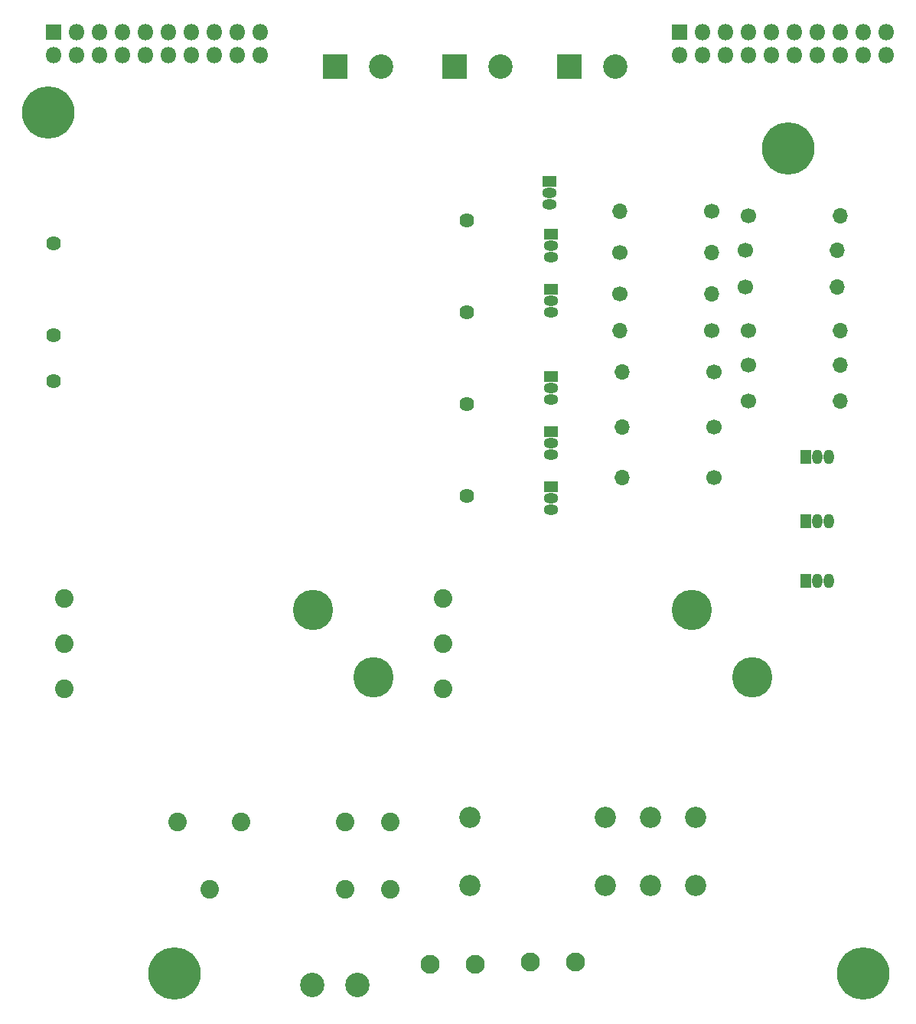
<source format=gbr>
%TF.GenerationSoftware,KiCad,Pcbnew,(5.1.6)-1*%
%TF.CreationDate,2021-11-19T15:31:24+01:00*%
%TF.ProjectId,FoxRobot,466f7852-6f62-46f7-942e-6b696361645f,V01*%
%TF.SameCoordinates,Original*%
%TF.FileFunction,Soldermask,Bot*%
%TF.FilePolarity,Negative*%
%FSLAX46Y46*%
G04 Gerber Fmt 4.6, Leading zero omitted, Abs format (unit mm)*
G04 Created by KiCad (PCBNEW (5.1.6)-1) date 2021-11-19 15:31:24*
%MOMM*%
%LPD*%
G01*
G04 APERTURE LIST*
%ADD10C,1.624000*%
%ADD11O,1.700000X1.700000*%
%ADD12C,1.700000*%
%ADD13R,1.600000X1.150000*%
%ADD14O,1.600000X1.150000*%
%ADD15R,1.150000X1.600000*%
%ADD16O,1.150000X1.600000*%
%ADD17C,2.050000*%
%ADD18C,4.450000*%
%ADD19O,1.800000X1.800000*%
%ADD20R,1.800000X1.800000*%
%ADD21C,2.700000*%
%ADD22R,2.700000X2.700000*%
%ADD23C,2.350000*%
%ADD24C,3.700000*%
%ADD25C,5.800000*%
%ADD26C,2.100000*%
G04 APERTURE END LIST*
D10*
%TO.C,U1*%
X161925000Y-109728000D03*
X161925000Y-99568000D03*
X161925000Y-89408000D03*
X161925000Y-79248000D03*
X116205000Y-97028000D03*
X116205000Y-91948000D03*
X116205000Y-81788000D03*
%TD*%
D11*
%TO.C,R13*%
X179070000Y-107696000D03*
D12*
X189230000Y-107696000D03*
%TD*%
D11*
%TO.C,R12*%
X179070000Y-102108000D03*
D12*
X189230000Y-102108000D03*
%TD*%
D11*
%TO.C,R11*%
X179070000Y-96012000D03*
D12*
X189230000Y-96012000D03*
%TD*%
D11*
%TO.C,R10*%
X203200000Y-78740000D03*
D12*
X193040000Y-78740000D03*
%TD*%
D11*
%TO.C,R9*%
X203198000Y-99282000D03*
D12*
X193038000Y-99282000D03*
%TD*%
D11*
%TO.C,R8*%
X203198000Y-95232000D03*
D12*
X193038000Y-95232000D03*
%TD*%
D11*
%TO.C,R7*%
X203200000Y-91440000D03*
D12*
X193040000Y-91440000D03*
%TD*%
D11*
%TO.C,R6*%
X202906000Y-86626000D03*
D12*
X192746000Y-86626000D03*
%TD*%
D11*
%TO.C,R5*%
X202906000Y-82576000D03*
D12*
X192746000Y-82576000D03*
%TD*%
D11*
%TO.C,R4*%
X188976000Y-82804000D03*
D12*
X178816000Y-82804000D03*
%TD*%
D11*
%TO.C,R3*%
X178816000Y-91440000D03*
D12*
X188976000Y-91440000D03*
%TD*%
D11*
%TO.C,R2*%
X178816000Y-78232000D03*
D12*
X188976000Y-78232000D03*
%TD*%
D11*
%TO.C,R1*%
X188976000Y-87376000D03*
D12*
X178816000Y-87376000D03*
%TD*%
D13*
%TO.C,Q9*%
X171196000Y-86868000D03*
D14*
X171196000Y-89408000D03*
X171196000Y-88138000D03*
%TD*%
D13*
%TO.C,Q8*%
X171196000Y-80772000D03*
D14*
X171196000Y-83312000D03*
X171196000Y-82042000D03*
%TD*%
D13*
%TO.C,Q7*%
X171069000Y-74930000D03*
D14*
X171069000Y-77470000D03*
X171069000Y-76200000D03*
%TD*%
D13*
%TO.C,Q6*%
X171196000Y-96520000D03*
D14*
X171196000Y-99060000D03*
X171196000Y-97790000D03*
%TD*%
D13*
%TO.C,Q5*%
X171196000Y-102616000D03*
D14*
X171196000Y-105156000D03*
X171196000Y-103886000D03*
%TD*%
D13*
%TO.C,Q4*%
X171196000Y-108712000D03*
D14*
X171196000Y-111252000D03*
X171196000Y-109982000D03*
%TD*%
D15*
%TO.C,Q3*%
X199390000Y-119126000D03*
D16*
X201930000Y-119126000D03*
X200660000Y-119126000D03*
%TD*%
D15*
%TO.C,Q2*%
X199390000Y-112522000D03*
D16*
X201930000Y-112522000D03*
X200660000Y-112522000D03*
%TD*%
D15*
%TO.C,Q1*%
X199390000Y-105410000D03*
D16*
X201930000Y-105410000D03*
X200660000Y-105410000D03*
%TD*%
D17*
%TO.C,K4*%
X159258000Y-126064000D03*
D18*
X193508000Y-129814000D03*
X186758000Y-122314000D03*
D17*
X159258000Y-121064000D03*
X159258000Y-131064000D03*
%TD*%
%TO.C,K3*%
X117348000Y-126064000D03*
D18*
X151598000Y-129814000D03*
X144848000Y-122314000D03*
D17*
X117348000Y-121064000D03*
X117348000Y-131064000D03*
%TD*%
%TO.C,K2*%
X153416000Y-153296000D03*
X148416000Y-153296000D03*
X133416000Y-153296000D03*
X129916000Y-145796000D03*
X136916000Y-145796000D03*
X148416000Y-145796000D03*
X153416000Y-145796000D03*
%TD*%
D19*
%TO.C,J5*%
X139065000Y-60960000D03*
X139065000Y-58420000D03*
X136525000Y-60960000D03*
X136525000Y-58420000D03*
X133985000Y-60960000D03*
X133985000Y-58420000D03*
X131445000Y-60960000D03*
X131445000Y-58420000D03*
X128905000Y-60960000D03*
X128905000Y-58420000D03*
X126365000Y-60960000D03*
X126365000Y-58420000D03*
X123825000Y-60960000D03*
X123825000Y-58420000D03*
X121285000Y-60960000D03*
X121285000Y-58420000D03*
X118745000Y-60960000D03*
X118745000Y-58420000D03*
X116205000Y-60960000D03*
D20*
X116205000Y-58420000D03*
%TD*%
D21*
%TO.C,J4*%
X178308000Y-62230000D03*
D22*
X173228000Y-62230000D03*
%TD*%
D23*
%TO.C,K1*%
X182252000Y-152802000D03*
X177252000Y-152802000D03*
X187252000Y-152802000D03*
X182252000Y-145302000D03*
X177252000Y-145302000D03*
X187252000Y-145302000D03*
X162252000Y-152802000D03*
X162252000Y-145302000D03*
%TD*%
D22*
%TO.C,J1*%
X160528000Y-62230000D03*
D21*
X165608000Y-62230000D03*
%TD*%
D22*
%TO.C,J6*%
X147320000Y-62230000D03*
D21*
X152400000Y-62230000D03*
%TD*%
D20*
%TO.C,J7*%
X185420000Y-58420000D03*
D19*
X185420000Y-60960000D03*
X187960000Y-58420000D03*
X187960000Y-60960000D03*
X190500000Y-58420000D03*
X190500000Y-60960000D03*
X193040000Y-58420000D03*
X193040000Y-60960000D03*
X195580000Y-58420000D03*
X195580000Y-60960000D03*
X198120000Y-58420000D03*
X198120000Y-60960000D03*
X200660000Y-58420000D03*
X200660000Y-60960000D03*
X203200000Y-58420000D03*
X203200000Y-60960000D03*
X205740000Y-58420000D03*
X205740000Y-60960000D03*
X208280000Y-58420000D03*
X208280000Y-60960000D03*
%TD*%
D24*
%TO.C,H1*%
X115570000Y-67310000D03*
D25*
X115570000Y-67310000D03*
%TD*%
%TO.C,H2*%
X197435000Y-71335000D03*
D24*
X197435000Y-71335000D03*
%TD*%
%TO.C,H3*%
X129540000Y-162560000D03*
D25*
X129540000Y-162560000D03*
%TD*%
%TO.C,H4*%
X205740000Y-162560000D03*
D24*
X205740000Y-162560000D03*
%TD*%
D26*
%TO.C,C1*%
X157855000Y-161545000D03*
X162855000Y-161545000D03*
%TD*%
%TO.C,C2*%
X173910000Y-161290000D03*
X168910000Y-161290000D03*
%TD*%
D21*
%TO.C,L1*%
X144780000Y-163830000D03*
X149780000Y-163830000D03*
%TD*%
M02*

</source>
